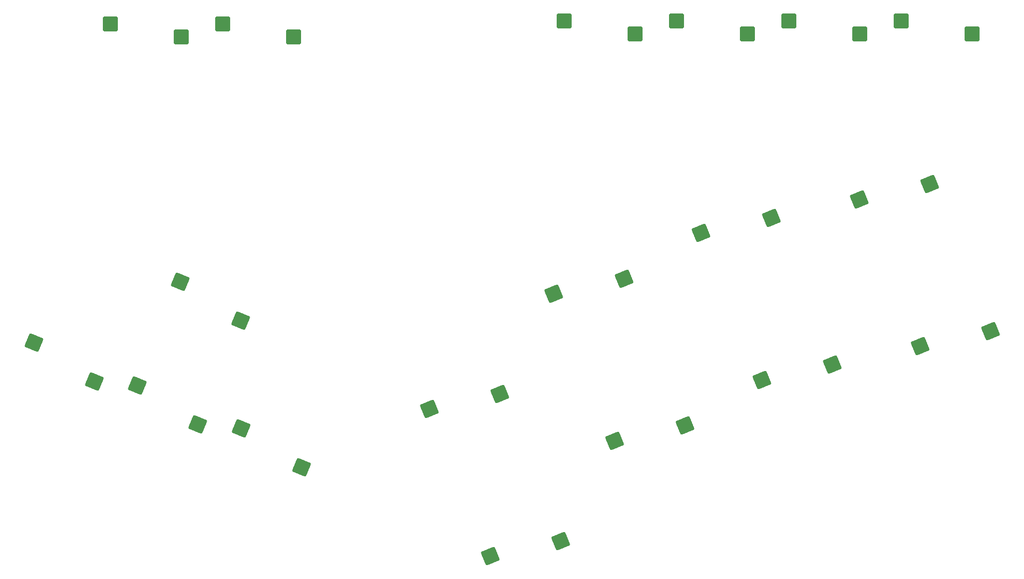
<source format=gbr>
%TF.GenerationSoftware,KiCad,Pcbnew,7.0.5*%
%TF.CreationDate,2023-08-11T22:31:08-05:00*%
%TF.ProjectId,ArkeyV2,41726b65-7956-4322-9e6b-696361645f70,rev?*%
%TF.SameCoordinates,Original*%
%TF.FileFunction,Paste,Bot*%
%TF.FilePolarity,Positive*%
%FSLAX46Y46*%
G04 Gerber Fmt 4.6, Leading zero omitted, Abs format (unit mm)*
G04 Created by KiCad (PCBNEW 7.0.5) date 2023-08-11 22:31:08*
%MOMM*%
%LPD*%
G01*
G04 APERTURE LIST*
G04 Aperture macros list*
%AMRoundRect*
0 Rectangle with rounded corners*
0 $1 Rounding radius*
0 $2 $3 $4 $5 $6 $7 $8 $9 X,Y pos of 4 corners*
0 Add a 4 corners polygon primitive as box body*
4,1,4,$2,$3,$4,$5,$6,$7,$8,$9,$2,$3,0*
0 Add four circle primitives for the rounded corners*
1,1,$1+$1,$2,$3*
1,1,$1+$1,$4,$5*
1,1,$1+$1,$6,$7*
1,1,$1+$1,$8,$9*
0 Add four rect primitives between the rounded corners*
20,1,$1+$1,$2,$3,$4,$5,0*
20,1,$1+$1,$4,$5,$6,$7,0*
20,1,$1+$1,$6,$7,$8,$9,0*
20,1,$1+$1,$8,$9,$2,$3,0*%
G04 Aperture macros list end*
%ADD10RoundRect,0.250000X-0.564293X-1.316130X1.329660X-0.531629X0.564293X1.316130X-1.329660X0.531629X0*%
%ADD11RoundRect,0.250000X-1.025000X-1.000000X1.025000X-1.000000X1.025000X1.000000X-1.025000X1.000000X0*%
%ADD12RoundRect,0.250000X-1.329660X-0.531629X0.564293X-1.316130X1.329660X0.531629X-0.564293X1.316130X0*%
G04 APERTURE END LIST*
D10*
%TO.C,GP14*%
X154720159Y-121909630D03*
X166648617Y-119349964D03*
%TD*%
D11*
%TO.C,GP1*%
X109364000Y-31592000D03*
X121364000Y-33792000D03*
%TD*%
D12*
%TO.C,GP13*%
X122739622Y-106855332D03*
X112494971Y-100230596D03*
%TD*%
D10*
%TO.C,GP15*%
X144387707Y-96964882D03*
X156316165Y-94405216D03*
%TD*%
%TO.C,GP18*%
X200782820Y-92005929D03*
X212711278Y-89446263D03*
%TD*%
D11*
%TO.C,GP28*%
X167276000Y-31084000D03*
X179276000Y-33284000D03*
%TD*%
%TO.C,GP22*%
X224426000Y-31084000D03*
X236426000Y-33284000D03*
%TD*%
D10*
%TO.C,GP17*%
X165505620Y-77393634D03*
X177434078Y-74833968D03*
%TD*%
D12*
%TO.C,GP12*%
X105139717Y-99565212D03*
X94895066Y-92940476D03*
%TD*%
D11*
%TO.C,GP27*%
X186326000Y-31084000D03*
X198326000Y-33284000D03*
%TD*%
D10*
%TO.C,GP21*%
X227640984Y-86292874D03*
X239569442Y-83733208D03*
%TD*%
D12*
%TO.C,GP10*%
X77295161Y-85650357D03*
X87539812Y-92275093D03*
%TD*%
D11*
%TO.C,GP26*%
X205376000Y-31084000D03*
X217376000Y-33284000D03*
%TD*%
D12*
%TO.C,GP11*%
X112429836Y-81965308D03*
X102185185Y-75340572D03*
%TD*%
D10*
%TO.C,GP16*%
X175838072Y-102338382D03*
X187766530Y-99778716D03*
%TD*%
D11*
%TO.C,GP0*%
X90314000Y-31592000D03*
X102314000Y-33792000D03*
%TD*%
D10*
%TO.C,GP20*%
X217308531Y-61348126D03*
X229236989Y-58788460D03*
%TD*%
%TO.C,GP19*%
X190450367Y-67061181D03*
X202378825Y-64501515D03*
%TD*%
M02*

</source>
